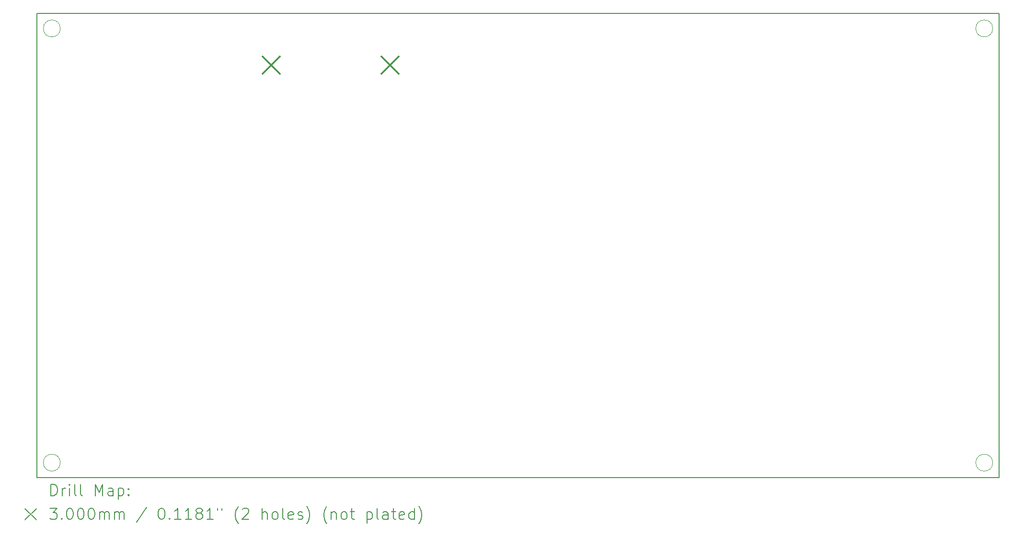
<source format=gbr>
%TF.GenerationSoftware,KiCad,Pcbnew,8.0.0-rc1*%
%TF.CreationDate,2024-05-26T19:18:32+09:00*%
%TF.ProjectId,KDL,4b444c2e-6b69-4636-9164-5f7063625858,rev?*%
%TF.SameCoordinates,PX2a88ac0PY77c8bf0*%
%TF.FileFunction,Drillmap*%
%TF.FilePolarity,Positive*%
%FSLAX45Y45*%
G04 Gerber Fmt 4.5, Leading zero omitted, Abs format (unit mm)*
G04 Created by KiCad (PCBNEW 8.0.0-rc1) date 2024-05-26 19:18:32*
%MOMM*%
%LPD*%
G01*
G04 APERTURE LIST*
%ADD10C,0.050000*%
%ADD11C,0.200000*%
%ADD12C,0.299999*%
G04 APERTURE END LIST*
D10*
X415000Y260000D02*
G75*
G02*
X115000Y260000I-150000J0D01*
G01*
X115000Y260000D02*
G75*
G02*
X415000Y260000I150000J0D01*
G01*
D11*
X0Y8200000D02*
X17000000Y8200000D01*
X17000000Y0D01*
X0Y0D01*
X0Y8200000D01*
D10*
X16890000Y260000D02*
G75*
G02*
X16590000Y260000I-150000J0D01*
G01*
X16590000Y260000D02*
G75*
G02*
X16890000Y260000I150000J0D01*
G01*
X16890000Y7935000D02*
G75*
G02*
X16590000Y7935000I-150000J0D01*
G01*
X16590000Y7935000D02*
G75*
G02*
X16890000Y7935000I150000J0D01*
G01*
X415000Y7935000D02*
G75*
G02*
X115000Y7935000I-150000J0D01*
G01*
X115000Y7935000D02*
G75*
G02*
X415000Y7935000I150000J0D01*
G01*
D11*
D12*
X3990004Y7435000D02*
X4290004Y7135000D01*
X4290004Y7435000D02*
X3990004Y7135000D01*
X6090000Y7435000D02*
X6390000Y7135000D01*
X6390000Y7435000D02*
X6090000Y7135000D01*
D11*
X250777Y-321484D02*
X250777Y-121484D01*
X250777Y-121484D02*
X298396Y-121484D01*
X298396Y-121484D02*
X326967Y-131008D01*
X326967Y-131008D02*
X346015Y-150055D01*
X346015Y-150055D02*
X355539Y-169103D01*
X355539Y-169103D02*
X365062Y-207198D01*
X365062Y-207198D02*
X365062Y-235769D01*
X365062Y-235769D02*
X355539Y-273865D01*
X355539Y-273865D02*
X346015Y-292912D01*
X346015Y-292912D02*
X326967Y-311960D01*
X326967Y-311960D02*
X298396Y-321484D01*
X298396Y-321484D02*
X250777Y-321484D01*
X450777Y-321484D02*
X450777Y-188150D01*
X450777Y-226246D02*
X460301Y-207198D01*
X460301Y-207198D02*
X469824Y-197674D01*
X469824Y-197674D02*
X488872Y-188150D01*
X488872Y-188150D02*
X507920Y-188150D01*
X574586Y-321484D02*
X574586Y-188150D01*
X574586Y-121484D02*
X565063Y-131008D01*
X565063Y-131008D02*
X574586Y-140531D01*
X574586Y-140531D02*
X584110Y-131008D01*
X584110Y-131008D02*
X574586Y-121484D01*
X574586Y-121484D02*
X574586Y-140531D01*
X698396Y-321484D02*
X679348Y-311960D01*
X679348Y-311960D02*
X669824Y-292912D01*
X669824Y-292912D02*
X669824Y-121484D01*
X803158Y-321484D02*
X784110Y-311960D01*
X784110Y-311960D02*
X774586Y-292912D01*
X774586Y-292912D02*
X774586Y-121484D01*
X1031729Y-321484D02*
X1031729Y-121484D01*
X1031729Y-121484D02*
X1098396Y-264341D01*
X1098396Y-264341D02*
X1165063Y-121484D01*
X1165063Y-121484D02*
X1165063Y-321484D01*
X1346015Y-321484D02*
X1346015Y-216722D01*
X1346015Y-216722D02*
X1336491Y-197674D01*
X1336491Y-197674D02*
X1317444Y-188150D01*
X1317444Y-188150D02*
X1279348Y-188150D01*
X1279348Y-188150D02*
X1260301Y-197674D01*
X1346015Y-311960D02*
X1326967Y-321484D01*
X1326967Y-321484D02*
X1279348Y-321484D01*
X1279348Y-321484D02*
X1260301Y-311960D01*
X1260301Y-311960D02*
X1250777Y-292912D01*
X1250777Y-292912D02*
X1250777Y-273865D01*
X1250777Y-273865D02*
X1260301Y-254817D01*
X1260301Y-254817D02*
X1279348Y-245293D01*
X1279348Y-245293D02*
X1326967Y-245293D01*
X1326967Y-245293D02*
X1346015Y-235769D01*
X1441253Y-188150D02*
X1441253Y-388150D01*
X1441253Y-197674D02*
X1460301Y-188150D01*
X1460301Y-188150D02*
X1498396Y-188150D01*
X1498396Y-188150D02*
X1517443Y-197674D01*
X1517443Y-197674D02*
X1526967Y-207198D01*
X1526967Y-207198D02*
X1536491Y-226246D01*
X1536491Y-226246D02*
X1536491Y-283389D01*
X1536491Y-283389D02*
X1526967Y-302436D01*
X1526967Y-302436D02*
X1517443Y-311960D01*
X1517443Y-311960D02*
X1498396Y-321484D01*
X1498396Y-321484D02*
X1460301Y-321484D01*
X1460301Y-321484D02*
X1441253Y-311960D01*
X1622205Y-302436D02*
X1631729Y-311960D01*
X1631729Y-311960D02*
X1622205Y-321484D01*
X1622205Y-321484D02*
X1612682Y-311960D01*
X1612682Y-311960D02*
X1622205Y-302436D01*
X1622205Y-302436D02*
X1622205Y-321484D01*
X1622205Y-197674D02*
X1631729Y-207198D01*
X1631729Y-207198D02*
X1622205Y-216722D01*
X1622205Y-216722D02*
X1612682Y-207198D01*
X1612682Y-207198D02*
X1622205Y-197674D01*
X1622205Y-197674D02*
X1622205Y-216722D01*
X-210000Y-550000D02*
X-10000Y-750000D01*
X-10000Y-550000D02*
X-210000Y-750000D01*
X231729Y-541484D02*
X355539Y-541484D01*
X355539Y-541484D02*
X288872Y-617674D01*
X288872Y-617674D02*
X317444Y-617674D01*
X317444Y-617674D02*
X336491Y-627198D01*
X336491Y-627198D02*
X346015Y-636722D01*
X346015Y-636722D02*
X355539Y-655770D01*
X355539Y-655770D02*
X355539Y-703388D01*
X355539Y-703388D02*
X346015Y-722436D01*
X346015Y-722436D02*
X336491Y-731960D01*
X336491Y-731960D02*
X317444Y-741484D01*
X317444Y-741484D02*
X260301Y-741484D01*
X260301Y-741484D02*
X241253Y-731960D01*
X241253Y-731960D02*
X231729Y-722436D01*
X441253Y-722436D02*
X450777Y-731960D01*
X450777Y-731960D02*
X441253Y-741484D01*
X441253Y-741484D02*
X431729Y-731960D01*
X431729Y-731960D02*
X441253Y-722436D01*
X441253Y-722436D02*
X441253Y-741484D01*
X574586Y-541484D02*
X593634Y-541484D01*
X593634Y-541484D02*
X612682Y-551008D01*
X612682Y-551008D02*
X622205Y-560531D01*
X622205Y-560531D02*
X631729Y-579579D01*
X631729Y-579579D02*
X641253Y-617674D01*
X641253Y-617674D02*
X641253Y-665293D01*
X641253Y-665293D02*
X631729Y-703388D01*
X631729Y-703388D02*
X622205Y-722436D01*
X622205Y-722436D02*
X612682Y-731960D01*
X612682Y-731960D02*
X593634Y-741484D01*
X593634Y-741484D02*
X574586Y-741484D01*
X574586Y-741484D02*
X555539Y-731960D01*
X555539Y-731960D02*
X546015Y-722436D01*
X546015Y-722436D02*
X536491Y-703388D01*
X536491Y-703388D02*
X526967Y-665293D01*
X526967Y-665293D02*
X526967Y-617674D01*
X526967Y-617674D02*
X536491Y-579579D01*
X536491Y-579579D02*
X546015Y-560531D01*
X546015Y-560531D02*
X555539Y-551008D01*
X555539Y-551008D02*
X574586Y-541484D01*
X765062Y-541484D02*
X784110Y-541484D01*
X784110Y-541484D02*
X803158Y-551008D01*
X803158Y-551008D02*
X812682Y-560531D01*
X812682Y-560531D02*
X822205Y-579579D01*
X822205Y-579579D02*
X831729Y-617674D01*
X831729Y-617674D02*
X831729Y-665293D01*
X831729Y-665293D02*
X822205Y-703388D01*
X822205Y-703388D02*
X812682Y-722436D01*
X812682Y-722436D02*
X803158Y-731960D01*
X803158Y-731960D02*
X784110Y-741484D01*
X784110Y-741484D02*
X765062Y-741484D01*
X765062Y-741484D02*
X746015Y-731960D01*
X746015Y-731960D02*
X736491Y-722436D01*
X736491Y-722436D02*
X726967Y-703388D01*
X726967Y-703388D02*
X717443Y-665293D01*
X717443Y-665293D02*
X717443Y-617674D01*
X717443Y-617674D02*
X726967Y-579579D01*
X726967Y-579579D02*
X736491Y-560531D01*
X736491Y-560531D02*
X746015Y-551008D01*
X746015Y-551008D02*
X765062Y-541484D01*
X955539Y-541484D02*
X974586Y-541484D01*
X974586Y-541484D02*
X993634Y-551008D01*
X993634Y-551008D02*
X1003158Y-560531D01*
X1003158Y-560531D02*
X1012682Y-579579D01*
X1012682Y-579579D02*
X1022205Y-617674D01*
X1022205Y-617674D02*
X1022205Y-665293D01*
X1022205Y-665293D02*
X1012682Y-703388D01*
X1012682Y-703388D02*
X1003158Y-722436D01*
X1003158Y-722436D02*
X993634Y-731960D01*
X993634Y-731960D02*
X974586Y-741484D01*
X974586Y-741484D02*
X955539Y-741484D01*
X955539Y-741484D02*
X936491Y-731960D01*
X936491Y-731960D02*
X926967Y-722436D01*
X926967Y-722436D02*
X917443Y-703388D01*
X917443Y-703388D02*
X907920Y-665293D01*
X907920Y-665293D02*
X907920Y-617674D01*
X907920Y-617674D02*
X917443Y-579579D01*
X917443Y-579579D02*
X926967Y-560531D01*
X926967Y-560531D02*
X936491Y-551008D01*
X936491Y-551008D02*
X955539Y-541484D01*
X1107920Y-741484D02*
X1107920Y-608150D01*
X1107920Y-627198D02*
X1117444Y-617674D01*
X1117444Y-617674D02*
X1136491Y-608150D01*
X1136491Y-608150D02*
X1165063Y-608150D01*
X1165063Y-608150D02*
X1184110Y-617674D01*
X1184110Y-617674D02*
X1193634Y-636722D01*
X1193634Y-636722D02*
X1193634Y-741484D01*
X1193634Y-636722D02*
X1203158Y-617674D01*
X1203158Y-617674D02*
X1222205Y-608150D01*
X1222205Y-608150D02*
X1250777Y-608150D01*
X1250777Y-608150D02*
X1269825Y-617674D01*
X1269825Y-617674D02*
X1279348Y-636722D01*
X1279348Y-636722D02*
X1279348Y-741484D01*
X1374586Y-741484D02*
X1374586Y-608150D01*
X1374586Y-627198D02*
X1384110Y-617674D01*
X1384110Y-617674D02*
X1403158Y-608150D01*
X1403158Y-608150D02*
X1431729Y-608150D01*
X1431729Y-608150D02*
X1450777Y-617674D01*
X1450777Y-617674D02*
X1460301Y-636722D01*
X1460301Y-636722D02*
X1460301Y-741484D01*
X1460301Y-636722D02*
X1469824Y-617674D01*
X1469824Y-617674D02*
X1488872Y-608150D01*
X1488872Y-608150D02*
X1517443Y-608150D01*
X1517443Y-608150D02*
X1536491Y-617674D01*
X1536491Y-617674D02*
X1546015Y-636722D01*
X1546015Y-636722D02*
X1546015Y-741484D01*
X1936491Y-531960D02*
X1765063Y-789103D01*
X2193634Y-541484D02*
X2212682Y-541484D01*
X2212682Y-541484D02*
X2231729Y-551008D01*
X2231729Y-551008D02*
X2241253Y-560531D01*
X2241253Y-560531D02*
X2250777Y-579579D01*
X2250777Y-579579D02*
X2260301Y-617674D01*
X2260301Y-617674D02*
X2260301Y-665293D01*
X2260301Y-665293D02*
X2250777Y-703388D01*
X2250777Y-703388D02*
X2241253Y-722436D01*
X2241253Y-722436D02*
X2231729Y-731960D01*
X2231729Y-731960D02*
X2212682Y-741484D01*
X2212682Y-741484D02*
X2193634Y-741484D01*
X2193634Y-741484D02*
X2174587Y-731960D01*
X2174587Y-731960D02*
X2165063Y-722436D01*
X2165063Y-722436D02*
X2155539Y-703388D01*
X2155539Y-703388D02*
X2146015Y-665293D01*
X2146015Y-665293D02*
X2146015Y-617674D01*
X2146015Y-617674D02*
X2155539Y-579579D01*
X2155539Y-579579D02*
X2165063Y-560531D01*
X2165063Y-560531D02*
X2174587Y-551008D01*
X2174587Y-551008D02*
X2193634Y-541484D01*
X2346015Y-722436D02*
X2355539Y-731960D01*
X2355539Y-731960D02*
X2346015Y-741484D01*
X2346015Y-741484D02*
X2336491Y-731960D01*
X2336491Y-731960D02*
X2346015Y-722436D01*
X2346015Y-722436D02*
X2346015Y-741484D01*
X2546015Y-741484D02*
X2431729Y-741484D01*
X2488872Y-741484D02*
X2488872Y-541484D01*
X2488872Y-541484D02*
X2469825Y-570055D01*
X2469825Y-570055D02*
X2450777Y-589103D01*
X2450777Y-589103D02*
X2431729Y-598627D01*
X2736491Y-741484D02*
X2622206Y-741484D01*
X2679348Y-741484D02*
X2679348Y-541484D01*
X2679348Y-541484D02*
X2660301Y-570055D01*
X2660301Y-570055D02*
X2641253Y-589103D01*
X2641253Y-589103D02*
X2622206Y-598627D01*
X2850777Y-627198D02*
X2831729Y-617674D01*
X2831729Y-617674D02*
X2822206Y-608150D01*
X2822206Y-608150D02*
X2812682Y-589103D01*
X2812682Y-589103D02*
X2812682Y-579579D01*
X2812682Y-579579D02*
X2822206Y-560531D01*
X2822206Y-560531D02*
X2831729Y-551008D01*
X2831729Y-551008D02*
X2850777Y-541484D01*
X2850777Y-541484D02*
X2888872Y-541484D01*
X2888872Y-541484D02*
X2907920Y-551008D01*
X2907920Y-551008D02*
X2917444Y-560531D01*
X2917444Y-560531D02*
X2926967Y-579579D01*
X2926967Y-579579D02*
X2926967Y-589103D01*
X2926967Y-589103D02*
X2917444Y-608150D01*
X2917444Y-608150D02*
X2907920Y-617674D01*
X2907920Y-617674D02*
X2888872Y-627198D01*
X2888872Y-627198D02*
X2850777Y-627198D01*
X2850777Y-627198D02*
X2831729Y-636722D01*
X2831729Y-636722D02*
X2822206Y-646246D01*
X2822206Y-646246D02*
X2812682Y-665293D01*
X2812682Y-665293D02*
X2812682Y-703388D01*
X2812682Y-703388D02*
X2822206Y-722436D01*
X2822206Y-722436D02*
X2831729Y-731960D01*
X2831729Y-731960D02*
X2850777Y-741484D01*
X2850777Y-741484D02*
X2888872Y-741484D01*
X2888872Y-741484D02*
X2907920Y-731960D01*
X2907920Y-731960D02*
X2917444Y-722436D01*
X2917444Y-722436D02*
X2926967Y-703388D01*
X2926967Y-703388D02*
X2926967Y-665293D01*
X2926967Y-665293D02*
X2917444Y-646246D01*
X2917444Y-646246D02*
X2907920Y-636722D01*
X2907920Y-636722D02*
X2888872Y-627198D01*
X3117444Y-741484D02*
X3003158Y-741484D01*
X3060301Y-741484D02*
X3060301Y-541484D01*
X3060301Y-541484D02*
X3041253Y-570055D01*
X3041253Y-570055D02*
X3022206Y-589103D01*
X3022206Y-589103D02*
X3003158Y-598627D01*
X3193634Y-541484D02*
X3193634Y-579579D01*
X3269825Y-541484D02*
X3269825Y-579579D01*
X3565063Y-817674D02*
X3555539Y-808150D01*
X3555539Y-808150D02*
X3536491Y-779579D01*
X3536491Y-779579D02*
X3526968Y-760531D01*
X3526968Y-760531D02*
X3517444Y-731960D01*
X3517444Y-731960D02*
X3507920Y-684341D01*
X3507920Y-684341D02*
X3507920Y-646246D01*
X3507920Y-646246D02*
X3517444Y-598627D01*
X3517444Y-598627D02*
X3526968Y-570055D01*
X3526968Y-570055D02*
X3536491Y-551008D01*
X3536491Y-551008D02*
X3555539Y-522436D01*
X3555539Y-522436D02*
X3565063Y-512912D01*
X3631729Y-560531D02*
X3641253Y-551008D01*
X3641253Y-551008D02*
X3660301Y-541484D01*
X3660301Y-541484D02*
X3707920Y-541484D01*
X3707920Y-541484D02*
X3726968Y-551008D01*
X3726968Y-551008D02*
X3736491Y-560531D01*
X3736491Y-560531D02*
X3746015Y-579579D01*
X3746015Y-579579D02*
X3746015Y-598627D01*
X3746015Y-598627D02*
X3736491Y-627198D01*
X3736491Y-627198D02*
X3622206Y-741484D01*
X3622206Y-741484D02*
X3746015Y-741484D01*
X3984110Y-741484D02*
X3984110Y-541484D01*
X4069825Y-741484D02*
X4069825Y-636722D01*
X4069825Y-636722D02*
X4060301Y-617674D01*
X4060301Y-617674D02*
X4041253Y-608150D01*
X4041253Y-608150D02*
X4012682Y-608150D01*
X4012682Y-608150D02*
X3993634Y-617674D01*
X3993634Y-617674D02*
X3984110Y-627198D01*
X4193634Y-741484D02*
X4174587Y-731960D01*
X4174587Y-731960D02*
X4165063Y-722436D01*
X4165063Y-722436D02*
X4155539Y-703388D01*
X4155539Y-703388D02*
X4155539Y-646246D01*
X4155539Y-646246D02*
X4165063Y-627198D01*
X4165063Y-627198D02*
X4174587Y-617674D01*
X4174587Y-617674D02*
X4193634Y-608150D01*
X4193634Y-608150D02*
X4222206Y-608150D01*
X4222206Y-608150D02*
X4241253Y-617674D01*
X4241253Y-617674D02*
X4250777Y-627198D01*
X4250777Y-627198D02*
X4260301Y-646246D01*
X4260301Y-646246D02*
X4260301Y-703388D01*
X4260301Y-703388D02*
X4250777Y-722436D01*
X4250777Y-722436D02*
X4241253Y-731960D01*
X4241253Y-731960D02*
X4222206Y-741484D01*
X4222206Y-741484D02*
X4193634Y-741484D01*
X4374587Y-741484D02*
X4355539Y-731960D01*
X4355539Y-731960D02*
X4346015Y-712912D01*
X4346015Y-712912D02*
X4346015Y-541484D01*
X4526968Y-731960D02*
X4507920Y-741484D01*
X4507920Y-741484D02*
X4469825Y-741484D01*
X4469825Y-741484D02*
X4450777Y-731960D01*
X4450777Y-731960D02*
X4441253Y-712912D01*
X4441253Y-712912D02*
X4441253Y-636722D01*
X4441253Y-636722D02*
X4450777Y-617674D01*
X4450777Y-617674D02*
X4469825Y-608150D01*
X4469825Y-608150D02*
X4507920Y-608150D01*
X4507920Y-608150D02*
X4526968Y-617674D01*
X4526968Y-617674D02*
X4536492Y-636722D01*
X4536492Y-636722D02*
X4536492Y-655770D01*
X4536492Y-655770D02*
X4441253Y-674817D01*
X4612682Y-731960D02*
X4631730Y-741484D01*
X4631730Y-741484D02*
X4669825Y-741484D01*
X4669825Y-741484D02*
X4688873Y-731960D01*
X4688873Y-731960D02*
X4698396Y-712912D01*
X4698396Y-712912D02*
X4698396Y-703388D01*
X4698396Y-703388D02*
X4688873Y-684341D01*
X4688873Y-684341D02*
X4669825Y-674817D01*
X4669825Y-674817D02*
X4641253Y-674817D01*
X4641253Y-674817D02*
X4622206Y-665293D01*
X4622206Y-665293D02*
X4612682Y-646246D01*
X4612682Y-646246D02*
X4612682Y-636722D01*
X4612682Y-636722D02*
X4622206Y-617674D01*
X4622206Y-617674D02*
X4641253Y-608150D01*
X4641253Y-608150D02*
X4669825Y-608150D01*
X4669825Y-608150D02*
X4688873Y-617674D01*
X4765063Y-817674D02*
X4774587Y-808150D01*
X4774587Y-808150D02*
X4793634Y-779579D01*
X4793634Y-779579D02*
X4803158Y-760531D01*
X4803158Y-760531D02*
X4812682Y-731960D01*
X4812682Y-731960D02*
X4822206Y-684341D01*
X4822206Y-684341D02*
X4822206Y-646246D01*
X4822206Y-646246D02*
X4812682Y-598627D01*
X4812682Y-598627D02*
X4803158Y-570055D01*
X4803158Y-570055D02*
X4793634Y-551008D01*
X4793634Y-551008D02*
X4774587Y-522436D01*
X4774587Y-522436D02*
X4765063Y-512912D01*
X5126968Y-817674D02*
X5117444Y-808150D01*
X5117444Y-808150D02*
X5098396Y-779579D01*
X5098396Y-779579D02*
X5088873Y-760531D01*
X5088873Y-760531D02*
X5079349Y-731960D01*
X5079349Y-731960D02*
X5069825Y-684341D01*
X5069825Y-684341D02*
X5069825Y-646246D01*
X5069825Y-646246D02*
X5079349Y-598627D01*
X5079349Y-598627D02*
X5088873Y-570055D01*
X5088873Y-570055D02*
X5098396Y-551008D01*
X5098396Y-551008D02*
X5117444Y-522436D01*
X5117444Y-522436D02*
X5126968Y-512912D01*
X5203158Y-608150D02*
X5203158Y-741484D01*
X5203158Y-627198D02*
X5212682Y-617674D01*
X5212682Y-617674D02*
X5231730Y-608150D01*
X5231730Y-608150D02*
X5260301Y-608150D01*
X5260301Y-608150D02*
X5279349Y-617674D01*
X5279349Y-617674D02*
X5288873Y-636722D01*
X5288873Y-636722D02*
X5288873Y-741484D01*
X5412682Y-741484D02*
X5393634Y-731960D01*
X5393634Y-731960D02*
X5384111Y-722436D01*
X5384111Y-722436D02*
X5374587Y-703388D01*
X5374587Y-703388D02*
X5374587Y-646246D01*
X5374587Y-646246D02*
X5384111Y-627198D01*
X5384111Y-627198D02*
X5393634Y-617674D01*
X5393634Y-617674D02*
X5412682Y-608150D01*
X5412682Y-608150D02*
X5441254Y-608150D01*
X5441254Y-608150D02*
X5460301Y-617674D01*
X5460301Y-617674D02*
X5469825Y-627198D01*
X5469825Y-627198D02*
X5479349Y-646246D01*
X5479349Y-646246D02*
X5479349Y-703388D01*
X5479349Y-703388D02*
X5469825Y-722436D01*
X5469825Y-722436D02*
X5460301Y-731960D01*
X5460301Y-731960D02*
X5441254Y-741484D01*
X5441254Y-741484D02*
X5412682Y-741484D01*
X5536492Y-608150D02*
X5612682Y-608150D01*
X5565063Y-541484D02*
X5565063Y-712912D01*
X5565063Y-712912D02*
X5574587Y-731960D01*
X5574587Y-731960D02*
X5593634Y-741484D01*
X5593634Y-741484D02*
X5612682Y-741484D01*
X5831730Y-608150D02*
X5831730Y-808150D01*
X5831730Y-617674D02*
X5850777Y-608150D01*
X5850777Y-608150D02*
X5888873Y-608150D01*
X5888873Y-608150D02*
X5907920Y-617674D01*
X5907920Y-617674D02*
X5917444Y-627198D01*
X5917444Y-627198D02*
X5926968Y-646246D01*
X5926968Y-646246D02*
X5926968Y-703388D01*
X5926968Y-703388D02*
X5917444Y-722436D01*
X5917444Y-722436D02*
X5907920Y-731960D01*
X5907920Y-731960D02*
X5888873Y-741484D01*
X5888873Y-741484D02*
X5850777Y-741484D01*
X5850777Y-741484D02*
X5831730Y-731960D01*
X6041253Y-741484D02*
X6022206Y-731960D01*
X6022206Y-731960D02*
X6012682Y-712912D01*
X6012682Y-712912D02*
X6012682Y-541484D01*
X6203158Y-741484D02*
X6203158Y-636722D01*
X6203158Y-636722D02*
X6193634Y-617674D01*
X6193634Y-617674D02*
X6174587Y-608150D01*
X6174587Y-608150D02*
X6136492Y-608150D01*
X6136492Y-608150D02*
X6117444Y-617674D01*
X6203158Y-731960D02*
X6184111Y-741484D01*
X6184111Y-741484D02*
X6136492Y-741484D01*
X6136492Y-741484D02*
X6117444Y-731960D01*
X6117444Y-731960D02*
X6107920Y-712912D01*
X6107920Y-712912D02*
X6107920Y-693865D01*
X6107920Y-693865D02*
X6117444Y-674817D01*
X6117444Y-674817D02*
X6136492Y-665293D01*
X6136492Y-665293D02*
X6184111Y-665293D01*
X6184111Y-665293D02*
X6203158Y-655770D01*
X6269825Y-608150D02*
X6346015Y-608150D01*
X6298396Y-541484D02*
X6298396Y-712912D01*
X6298396Y-712912D02*
X6307920Y-731960D01*
X6307920Y-731960D02*
X6326968Y-741484D01*
X6326968Y-741484D02*
X6346015Y-741484D01*
X6488873Y-731960D02*
X6469825Y-741484D01*
X6469825Y-741484D02*
X6431730Y-741484D01*
X6431730Y-741484D02*
X6412682Y-731960D01*
X6412682Y-731960D02*
X6403158Y-712912D01*
X6403158Y-712912D02*
X6403158Y-636722D01*
X6403158Y-636722D02*
X6412682Y-617674D01*
X6412682Y-617674D02*
X6431730Y-608150D01*
X6431730Y-608150D02*
X6469825Y-608150D01*
X6469825Y-608150D02*
X6488873Y-617674D01*
X6488873Y-617674D02*
X6498396Y-636722D01*
X6498396Y-636722D02*
X6498396Y-655770D01*
X6498396Y-655770D02*
X6403158Y-674817D01*
X6669825Y-741484D02*
X6669825Y-541484D01*
X6669825Y-731960D02*
X6650777Y-741484D01*
X6650777Y-741484D02*
X6612682Y-741484D01*
X6612682Y-741484D02*
X6593634Y-731960D01*
X6593634Y-731960D02*
X6584111Y-722436D01*
X6584111Y-722436D02*
X6574587Y-703388D01*
X6574587Y-703388D02*
X6574587Y-646246D01*
X6574587Y-646246D02*
X6584111Y-627198D01*
X6584111Y-627198D02*
X6593634Y-617674D01*
X6593634Y-617674D02*
X6612682Y-608150D01*
X6612682Y-608150D02*
X6650777Y-608150D01*
X6650777Y-608150D02*
X6669825Y-617674D01*
X6746015Y-817674D02*
X6755539Y-808150D01*
X6755539Y-808150D02*
X6774587Y-779579D01*
X6774587Y-779579D02*
X6784111Y-760531D01*
X6784111Y-760531D02*
X6793634Y-731960D01*
X6793634Y-731960D02*
X6803158Y-684341D01*
X6803158Y-684341D02*
X6803158Y-646246D01*
X6803158Y-646246D02*
X6793634Y-598627D01*
X6793634Y-598627D02*
X6784111Y-570055D01*
X6784111Y-570055D02*
X6774587Y-551008D01*
X6774587Y-551008D02*
X6755539Y-522436D01*
X6755539Y-522436D02*
X6746015Y-512912D01*
M02*

</source>
